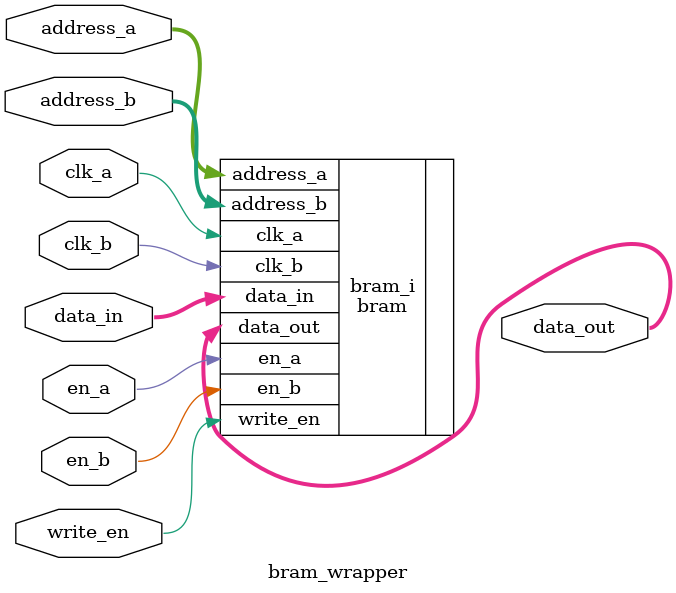
<source format=v>
`timescale 1 ps / 1 ps

module bram_wrapper
   (address_a,
    address_b,
    clk_a,
    clk_b,
    data_in,
    data_out,
    en_a,
    en_b,
    write_en);
  input [3:0]address_a;
  input [5:0]address_b;
  input clk_a;
  input clk_b;
  input [15:0]data_in;
  output [3:0]data_out;
  input en_a;
  input en_b;
  input write_en;

  wire [3:0]address_a;
  wire [5:0]address_b;
  wire clk_a;
  wire clk_b;
  wire [15:0]data_in;
  wire [3:0]data_out;
  wire en_a;
  wire en_b;
  wire write_en;

  bram bram_i
       (.address_a(address_a),
        .address_b(address_b),
        .clk_a(clk_a),
        .clk_b(clk_b),
        .data_in(data_in),
        .data_out(data_out),
        .en_a(en_a),
        .en_b(en_b),
        .write_en(write_en));
endmodule

</source>
